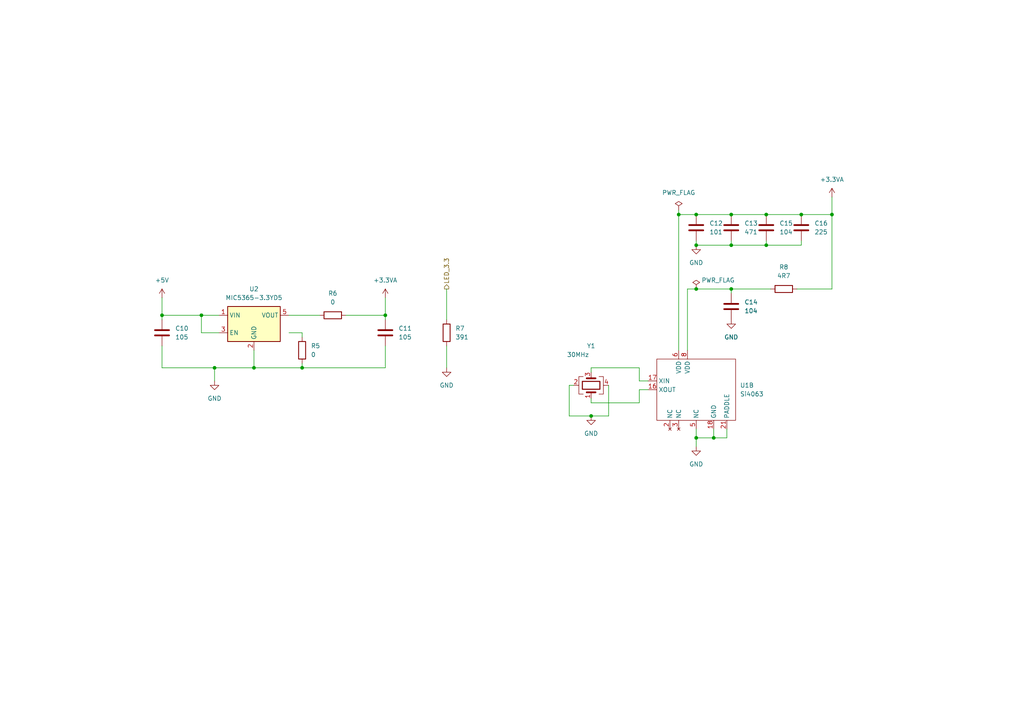
<source format=kicad_sch>
(kicad_sch (version 20211123) (generator eeschema)

  (uuid f6defc4d-f293-4c70-a519-5a4412382c05)

  (paper "A4")

  (lib_symbols
    (symbol "Device:C" (pin_numbers hide) (pin_names (offset 0.254)) (in_bom yes) (on_board yes)
      (property "Reference" "C" (id 0) (at 0.635 2.54 0)
        (effects (font (size 1.27 1.27)) (justify left))
      )
      (property "Value" "C" (id 1) (at 0.635 -2.54 0)
        (effects (font (size 1.27 1.27)) (justify left))
      )
      (property "Footprint" "" (id 2) (at 0.9652 -3.81 0)
        (effects (font (size 1.27 1.27)) hide)
      )
      (property "Datasheet" "~" (id 3) (at 0 0 0)
        (effects (font (size 1.27 1.27)) hide)
      )
      (property "ki_keywords" "cap capacitor" (id 4) (at 0 0 0)
        (effects (font (size 1.27 1.27)) hide)
      )
      (property "ki_description" "Unpolarized capacitor" (id 5) (at 0 0 0)
        (effects (font (size 1.27 1.27)) hide)
      )
      (property "ki_fp_filters" "C_*" (id 6) (at 0 0 0)
        (effects (font (size 1.27 1.27)) hide)
      )
      (symbol "C_0_1"
        (polyline
          (pts
            (xy -2.032 -0.762)
            (xy 2.032 -0.762)
          )
          (stroke (width 0.508) (type default) (color 0 0 0 0))
          (fill (type none))
        )
        (polyline
          (pts
            (xy -2.032 0.762)
            (xy 2.032 0.762)
          )
          (stroke (width 0.508) (type default) (color 0 0 0 0))
          (fill (type none))
        )
      )
      (symbol "C_1_1"
        (pin passive line (at 0 3.81 270) (length 2.794)
          (name "~" (effects (font (size 1.27 1.27))))
          (number "1" (effects (font (size 1.27 1.27))))
        )
        (pin passive line (at 0 -3.81 90) (length 2.794)
          (name "~" (effects (font (size 1.27 1.27))))
          (number "2" (effects (font (size 1.27 1.27))))
        )
      )
    )
    (symbol "Device:Crystal_GND24" (pin_names (offset 1.016) hide) (in_bom yes) (on_board yes)
      (property "Reference" "Y" (id 0) (at 3.175 5.08 0)
        (effects (font (size 1.27 1.27)) (justify left))
      )
      (property "Value" "Crystal_GND24" (id 1) (at 3.175 3.175 0)
        (effects (font (size 1.27 1.27)) (justify left))
      )
      (property "Footprint" "" (id 2) (at 0 0 0)
        (effects (font (size 1.27 1.27)) hide)
      )
      (property "Datasheet" "~" (id 3) (at 0 0 0)
        (effects (font (size 1.27 1.27)) hide)
      )
      (property "ki_keywords" "quartz ceramic resonator oscillator" (id 4) (at 0 0 0)
        (effects (font (size 1.27 1.27)) hide)
      )
      (property "ki_description" "Four pin crystal, GND on pins 2 and 4" (id 5) (at 0 0 0)
        (effects (font (size 1.27 1.27)) hide)
      )
      (property "ki_fp_filters" "Crystal*" (id 6) (at 0 0 0)
        (effects (font (size 1.27 1.27)) hide)
      )
      (symbol "Crystal_GND24_0_1"
        (rectangle (start -1.143 2.54) (end 1.143 -2.54)
          (stroke (width 0.3048) (type default) (color 0 0 0 0))
          (fill (type none))
        )
        (polyline
          (pts
            (xy -2.54 0)
            (xy -2.032 0)
          )
          (stroke (width 0) (type default) (color 0 0 0 0))
          (fill (type none))
        )
        (polyline
          (pts
            (xy -2.032 -1.27)
            (xy -2.032 1.27)
          )
          (stroke (width 0.508) (type default) (color 0 0 0 0))
          (fill (type none))
        )
        (polyline
          (pts
            (xy 0 -3.81)
            (xy 0 -3.556)
          )
          (stroke (width 0) (type default) (color 0 0 0 0))
          (fill (type none))
        )
        (polyline
          (pts
            (xy 0 3.556)
            (xy 0 3.81)
          )
          (stroke (width 0) (type default) (color 0 0 0 0))
          (fill (type none))
        )
        (polyline
          (pts
            (xy 2.032 -1.27)
            (xy 2.032 1.27)
          )
          (stroke (width 0.508) (type default) (color 0 0 0 0))
          (fill (type none))
        )
        (polyline
          (pts
            (xy 2.032 0)
            (xy 2.54 0)
          )
          (stroke (width 0) (type default) (color 0 0 0 0))
          (fill (type none))
        )
        (polyline
          (pts
            (xy -2.54 -2.286)
            (xy -2.54 -3.556)
            (xy 2.54 -3.556)
            (xy 2.54 -2.286)
          )
          (stroke (width 0) (type default) (color 0 0 0 0))
          (fill (type none))
        )
        (polyline
          (pts
            (xy -2.54 2.286)
            (xy -2.54 3.556)
            (xy 2.54 3.556)
            (xy 2.54 2.286)
          )
          (stroke (width 0) (type default) (color 0 0 0 0))
          (fill (type none))
        )
      )
      (symbol "Crystal_GND24_1_1"
        (pin passive line (at -3.81 0 0) (length 1.27)
          (name "1" (effects (font (size 1.27 1.27))))
          (number "1" (effects (font (size 1.27 1.27))))
        )
        (pin passive line (at 0 5.08 270) (length 1.27)
          (name "2" (effects (font (size 1.27 1.27))))
          (number "2" (effects (font (size 1.27 1.27))))
        )
        (pin passive line (at 3.81 0 180) (length 1.27)
          (name "3" (effects (font (size 1.27 1.27))))
          (number "3" (effects (font (size 1.27 1.27))))
        )
        (pin passive line (at 0 -5.08 90) (length 1.27)
          (name "4" (effects (font (size 1.27 1.27))))
          (number "4" (effects (font (size 1.27 1.27))))
        )
      )
    )
    (symbol "Device:R" (pin_numbers hide) (pin_names (offset 0)) (in_bom yes) (on_board yes)
      (property "Reference" "R" (id 0) (at 2.032 0 90)
        (effects (font (size 1.27 1.27)))
      )
      (property "Value" "R" (id 1) (at 0 0 90)
        (effects (font (size 1.27 1.27)))
      )
      (property "Footprint" "" (id 2) (at -1.778 0 90)
        (effects (font (size 1.27 1.27)) hide)
      )
      (property "Datasheet" "~" (id 3) (at 0 0 0)
        (effects (font (size 1.27 1.27)) hide)
      )
      (property "ki_keywords" "R res resistor" (id 4) (at 0 0 0)
        (effects (font (size 1.27 1.27)) hide)
      )
      (property "ki_description" "Resistor" (id 5) (at 0 0 0)
        (effects (font (size 1.27 1.27)) hide)
      )
      (property "ki_fp_filters" "R_*" (id 6) (at 0 0 0)
        (effects (font (size 1.27 1.27)) hide)
      )
      (symbol "R_0_1"
        (rectangle (start -1.016 -2.54) (end 1.016 2.54)
          (stroke (width 0.254) (type default) (color 0 0 0 0))
          (fill (type none))
        )
      )
      (symbol "R_1_1"
        (pin passive line (at 0 3.81 270) (length 1.27)
          (name "~" (effects (font (size 1.27 1.27))))
          (number "1" (effects (font (size 1.27 1.27))))
        )
        (pin passive line (at 0 -3.81 90) (length 1.27)
          (name "~" (effects (font (size 1.27 1.27))))
          (number "2" (effects (font (size 1.27 1.27))))
        )
      )
    )
    (symbol "My_Library2:Si4063" (in_bom yes) (on_board yes)
      (property "Reference" "U1" (id 0) (at 12.7 1.2701 0)
        (effects (font (size 1.27 1.27)) (justify left))
      )
      (property "Value" "Si4063" (id 1) (at 12.7 -1.2699 0)
        (effects (font (size 1.27 1.27)) (justify left))
      )
      (property "Footprint" "Package_DFN_QFN:QFN-20-1EP_4x4mm_P0.5mm_EP2.6x2.6mm" (id 2) (at 0 2.54 0)
        (effects (font (size 1.27 1.27)) hide)
      )
      (property "Datasheet" "" (id 3) (at 0 2.54 0)
        (effects (font (size 1.27 1.27)) hide)
      )
      (symbol "Si4063_0_1"
        (rectangle (start -11.43 8.89) (end 11.43 -8.89)
          (stroke (width 0) (type default) (color 0 0 0 0))
          (fill (type none))
        )
      )
      (symbol "Si4063_1_1"
        (pin input line (at -13.97 6.35 0) (length 2.54)
          (name "SDN" (effects (font (size 1.27 1.27))))
          (number "1" (effects (font (size 1.27 1.27))))
        )
        (pin bidirectional line (at 13.97 -1.27 180) (length 2.54)
          (name "GPIO1" (effects (font (size 1.27 1.27))))
          (number "10" (effects (font (size 1.27 1.27))))
        )
        (pin output line (at 13.97 6.35 180) (length 2.54)
          (name "nIRQ" (effects (font (size 1.27 1.27))))
          (number "11" (effects (font (size 1.27 1.27))))
        )
        (pin input line (at -13.97 1.27 0) (length 2.54)
          (name "SCLK" (effects (font (size 1.27 1.27))))
          (number "12" (effects (font (size 1.27 1.27))))
        )
        (pin output line (at -13.97 -1.27 0) (length 2.54)
          (name "SDO" (effects (font (size 1.27 1.27))))
          (number "13" (effects (font (size 1.27 1.27))))
        )
        (pin input line (at -13.97 -3.81 0) (length 2.54)
          (name "SDI" (effects (font (size 1.27 1.27))))
          (number "14" (effects (font (size 1.27 1.27))))
        )
        (pin input line (at -13.97 -6.35 0) (length 2.54)
          (name "nSEL" (effects (font (size 1.27 1.27))))
          (number "15" (effects (font (size 1.27 1.27))))
        )
        (pin bidirectional line (at 13.97 -3.81 180) (length 2.54)
          (name "GPIO2" (effects (font (size 1.27 1.27))))
          (number "19" (effects (font (size 1.27 1.27))))
        )
        (pin bidirectional line (at 13.97 -6.35 180) (length 2.54)
          (name "GPIO3" (effects (font (size 1.27 1.27))))
          (number "20" (effects (font (size 1.27 1.27))))
        )
        (pin bidirectional line (at 13.97 1.27 180) (length 2.54)
          (name "GPIO0" (effects (font (size 1.27 1.27))))
          (number "9" (effects (font (size 1.27 1.27))))
        )
      )
      (symbol "Si4063_2_1"
        (pin output line (at -13.97 0 0) (length 2.54)
          (name "XOUT" (effects (font (size 1.27 1.27))))
          (number "16" (effects (font (size 1.27 1.27))))
        )
        (pin input line (at -13.97 2.54 0) (length 2.54)
          (name "XIN" (effects (font (size 1.27 1.27))))
          (number "17" (effects (font (size 1.27 1.27))))
        )
        (pin power_in line (at 5.08 -11.43 90) (length 2.54)
          (name "GND" (effects (font (size 1.27 1.27))))
          (number "18" (effects (font (size 1.27 1.27))))
        )
        (pin no_connect line (at -7.62 -11.43 90) (length 2.54)
          (name "NC" (effects (font (size 1.27 1.27))))
          (number "2" (effects (font (size 1.27 1.27))))
        )
        (pin power_in line (at 8.89 -11.43 90) (length 2.54)
          (name "PADDLE" (effects (font (size 1.27 1.27))))
          (number "21" (effects (font (size 1.27 1.27))))
        )
        (pin no_connect line (at -5.08 -11.43 90) (length 2.54)
          (name "NC" (effects (font (size 1.27 1.27))))
          (number "3" (effects (font (size 1.27 1.27))))
        )
        (pin input line (at 0 -11.43 90) (length 2.54)
          (name "NC" (effects (font (size 1.27 1.27))))
          (number "5" (effects (font (size 1.27 1.27))))
        )
        (pin power_in line (at -5.08 11.43 270) (length 2.54)
          (name "VDD" (effects (font (size 1.27 1.27))))
          (number "6" (effects (font (size 1.27 1.27))))
        )
        (pin power_in line (at -2.54 11.43 270) (length 2.54)
          (name "VDD" (effects (font (size 1.27 1.27))))
          (number "8" (effects (font (size 1.27 1.27))))
        )
      )
      (symbol "Si4063_3_1"
        (pin output line (at 13.97 2.54 180) (length 2.54)
          (name "TX" (effects (font (size 1.27 1.27))))
          (number "4" (effects (font (size 1.27 1.27))))
        )
        (pin output line (at 13.97 -1.27 180) (length 2.54)
          (name "TXRAMP" (effects (font (size 1.27 1.27))))
          (number "7" (effects (font (size 1.27 1.27))))
        )
      )
    )
    (symbol "Regulator_Linear:MIC5365-3.3YD5" (in_bom yes) (on_board yes)
      (property "Reference" "U?" (id 0) (at 0 10.16 0)
        (effects (font (size 1.27 1.27)))
      )
      (property "Value" "MIC5365-3.3YD5" (id 1) (at 0 7.62 0)
        (effects (font (size 1.27 1.27)))
      )
      (property "Footprint" "Package_TO_SOT_SMD:SOT-23-5" (id 2) (at 0 8.89 0)
        (effects (font (size 1.27 1.27)) hide)
      )
      (property "Datasheet" "http://ww1.microchip.com/downloads/en/DeviceDoc/mic5365.pdf" (id 3) (at -6.35 6.35 0)
        (effects (font (size 1.27 1.27)) hide)
      )
      (property "ki_keywords" "Micrel LDO voltage regulator" (id 4) (at 0 0 0)
        (effects (font (size 1.27 1.27)) hide)
      )
      (property "ki_description" "150mA Low-dropout Voltage Regulator, Vout 3.3V, Vin up to 5.5V, SOT-23-5" (id 5) (at 0 0 0)
        (effects (font (size 1.27 1.27)) hide)
      )
      (property "ki_fp_filters" "SOT?23*" (id 6) (at 0 0 0)
        (effects (font (size 1.27 1.27)) hide)
      )
      (symbol "MIC5365-3.3YD5_0_1"
        (rectangle (start -7.62 -5.08) (end 7.62 5.08)
          (stroke (width 0.254) (type default) (color 0 0 0 0))
          (fill (type background))
        )
      )
      (symbol "MIC5365-3.3YD5_1_1"
        (pin power_in line (at -10.16 2.54 0) (length 2.54)
          (name "VIN" (effects (font (size 1.27 1.27))))
          (number "1" (effects (font (size 1.27 1.27))))
        )
        (pin power_in line (at 0 -7.62 90) (length 2.54)
          (name "GND" (effects (font (size 1.27 1.27))))
          (number "2" (effects (font (size 1.27 1.27))))
        )
        (pin input line (at -10.16 -2.54 0) (length 2.54)
          (name "EN" (effects (font (size 1.27 1.27))))
          (number "3" (effects (font (size 1.27 1.27))))
        )
        (pin free line (at 10.16 -2.54 180) (length 2.54) hide
          (name "NC" (effects (font (size 1.27 1.27))))
          (number "4" (effects (font (size 1.27 1.27))))
        )
        (pin power_out line (at 10.16 2.54 180) (length 2.54)
          (name "VOUT" (effects (font (size 1.27 1.27))))
          (number "5" (effects (font (size 1.27 1.27))))
        )
      )
    )
    (symbol "power:+3.3VA" (power) (pin_names (offset 0)) (in_bom yes) (on_board yes)
      (property "Reference" "#PWR" (id 0) (at 0 -3.81 0)
        (effects (font (size 1.27 1.27)) hide)
      )
      (property "Value" "+3.3VA" (id 1) (at 0 3.556 0)
        (effects (font (size 1.27 1.27)))
      )
      (property "Footprint" "" (id 2) (at 0 0 0)
        (effects (font (size 1.27 1.27)) hide)
      )
      (property "Datasheet" "" (id 3) (at 0 0 0)
        (effects (font (size 1.27 1.27)) hide)
      )
      (property "ki_keywords" "power-flag" (id 4) (at 0 0 0)
        (effects (font (size 1.27 1.27)) hide)
      )
      (property "ki_description" "Power symbol creates a global label with name \"+3.3VA\"" (id 5) (at 0 0 0)
        (effects (font (size 1.27 1.27)) hide)
      )
      (symbol "+3.3VA_0_1"
        (polyline
          (pts
            (xy -0.762 1.27)
            (xy 0 2.54)
          )
          (stroke (width 0) (type default) (color 0 0 0 0))
          (fill (type none))
        )
        (polyline
          (pts
            (xy 0 0)
            (xy 0 2.54)
          )
          (stroke (width 0) (type default) (color 0 0 0 0))
          (fill (type none))
        )
        (polyline
          (pts
            (xy 0 2.54)
            (xy 0.762 1.27)
          )
          (stroke (width 0) (type default) (color 0 0 0 0))
          (fill (type none))
        )
      )
      (symbol "+3.3VA_1_1"
        (pin power_in line (at 0 0 90) (length 0) hide
          (name "+3.3VA" (effects (font (size 1.27 1.27))))
          (number "1" (effects (font (size 1.27 1.27))))
        )
      )
    )
    (symbol "power:+5V" (power) (pin_names (offset 0)) (in_bom yes) (on_board yes)
      (property "Reference" "#PWR" (id 0) (at 0 -3.81 0)
        (effects (font (size 1.27 1.27)) hide)
      )
      (property "Value" "+5V" (id 1) (at 0 3.556 0)
        (effects (font (size 1.27 1.27)))
      )
      (property "Footprint" "" (id 2) (at 0 0 0)
        (effects (font (size 1.27 1.27)) hide)
      )
      (property "Datasheet" "" (id 3) (at 0 0 0)
        (effects (font (size 1.27 1.27)) hide)
      )
      (property "ki_keywords" "power-flag" (id 4) (at 0 0 0)
        (effects (font (size 1.27 1.27)) hide)
      )
      (property "ki_description" "Power symbol creates a global label with name \"+5V\"" (id 5) (at 0 0 0)
        (effects (font (size 1.27 1.27)) hide)
      )
      (symbol "+5V_0_1"
        (polyline
          (pts
            (xy -0.762 1.27)
            (xy 0 2.54)
          )
          (stroke (width 0) (type default) (color 0 0 0 0))
          (fill (type none))
        )
        (polyline
          (pts
            (xy 0 0)
            (xy 0 2.54)
          )
          (stroke (width 0) (type default) (color 0 0 0 0))
          (fill (type none))
        )
        (polyline
          (pts
            (xy 0 2.54)
            (xy 0.762 1.27)
          )
          (stroke (width 0) (type default) (color 0 0 0 0))
          (fill (type none))
        )
      )
      (symbol "+5V_1_1"
        (pin power_in line (at 0 0 90) (length 0) hide
          (name "+5V" (effects (font (size 1.27 1.27))))
          (number "1" (effects (font (size 1.27 1.27))))
        )
      )
    )
    (symbol "power:GND" (power) (pin_names (offset 0)) (in_bom yes) (on_board yes)
      (property "Reference" "#PWR" (id 0) (at 0 -6.35 0)
        (effects (font (size 1.27 1.27)) hide)
      )
      (property "Value" "GND" (id 1) (at 0 -3.81 0)
        (effects (font (size 1.27 1.27)))
      )
      (property "Footprint" "" (id 2) (at 0 0 0)
        (effects (font (size 1.27 1.27)) hide)
      )
      (property "Datasheet" "" (id 3) (at 0 0 0)
        (effects (font (size 1.27 1.27)) hide)
      )
      (property "ki_keywords" "power-flag" (id 4) (at 0 0 0)
        (effects (font (size 1.27 1.27)) hide)
      )
      (property "ki_description" "Power symbol creates a global label with name \"GND\" , ground" (id 5) (at 0 0 0)
        (effects (font (size 1.27 1.27)) hide)
      )
      (symbol "GND_0_1"
        (polyline
          (pts
            (xy 0 0)
            (xy 0 -1.27)
            (xy 1.27 -1.27)
            (xy 0 -2.54)
            (xy -1.27 -1.27)
            (xy 0 -1.27)
          )
          (stroke (width 0) (type default) (color 0 0 0 0))
          (fill (type none))
        )
      )
      (symbol "GND_1_1"
        (pin power_in line (at 0 0 270) (length 0) hide
          (name "GND" (effects (font (size 1.27 1.27))))
          (number "1" (effects (font (size 1.27 1.27))))
        )
      )
    )
    (symbol "power:PWR_FLAG" (power) (pin_numbers hide) (pin_names (offset 0) hide) (in_bom yes) (on_board yes)
      (property "Reference" "#FLG" (id 0) (at 0 1.905 0)
        (effects (font (size 1.27 1.27)) hide)
      )
      (property "Value" "PWR_FLAG" (id 1) (at 0 3.81 0)
        (effects (font (size 1.27 1.27)))
      )
      (property "Footprint" "" (id 2) (at 0 0 0)
        (effects (font (size 1.27 1.27)) hide)
      )
      (property "Datasheet" "~" (id 3) (at 0 0 0)
        (effects (font (size 1.27 1.27)) hide)
      )
      (property "ki_keywords" "power-flag" (id 4) (at 0 0 0)
        (effects (font (size 1.27 1.27)) hide)
      )
      (property "ki_description" "Special symbol for telling ERC where power comes from" (id 5) (at 0 0 0)
        (effects (font (size 1.27 1.27)) hide)
      )
      (symbol "PWR_FLAG_0_0"
        (pin power_out line (at 0 0 90) (length 0)
          (name "pwr" (effects (font (size 1.27 1.27))))
          (number "1" (effects (font (size 1.27 1.27))))
        )
      )
      (symbol "PWR_FLAG_0_1"
        (polyline
          (pts
            (xy 0 0)
            (xy 0 1.27)
            (xy -1.016 1.905)
            (xy 0 2.54)
            (xy 1.016 1.905)
            (xy 0 1.27)
          )
          (stroke (width 0) (type default) (color 0 0 0 0))
          (fill (type none))
        )
      )
    )
  )

  (junction (at 171.45 120.65) (diameter 0) (color 0 0 0 0)
    (uuid 04f5b918-42b3-44e5-a61c-31c4b49f267e)
  )
  (junction (at 201.93 127) (diameter 0) (color 0 0 0 0)
    (uuid 1990c572-f23d-4703-bdda-a1fc7c30bc4c)
  )
  (junction (at 212.09 62.23) (diameter 0) (color 0 0 0 0)
    (uuid 1b9cd7f1-9766-4588-ae1c-8670b1bdf4e6)
  )
  (junction (at 62.23 106.68) (diameter 0) (color 0 0 0 0)
    (uuid 1c2db66b-b81f-4a40-92dd-0042e3c12f19)
  )
  (junction (at 201.93 83.82) (diameter 0) (color 0 0 0 0)
    (uuid 632ac44c-f10c-455a-b52a-c3fc30267c35)
  )
  (junction (at 212.09 83.82) (diameter 0) (color 0 0 0 0)
    (uuid 758643f3-7862-48a8-ac8d-bcb029c6fc43)
  )
  (junction (at 58.42 91.44) (diameter 0) (color 0 0 0 0)
    (uuid 7bcf7029-e6ed-4e16-abae-898fc59a4805)
  )
  (junction (at 241.3 62.23) (diameter 0) (color 0 0 0 0)
    (uuid 7bd65144-9d69-4a71-9b4d-407035e724ef)
  )
  (junction (at 201.93 62.23) (diameter 0) (color 0 0 0 0)
    (uuid 85faf949-5e5e-40b0-8271-37cd1c018c44)
  )
  (junction (at 212.09 71.12) (diameter 0) (color 0 0 0 0)
    (uuid 87e89f0b-0d00-4403-b8c9-1a245137fdbc)
  )
  (junction (at 201.93 71.12) (diameter 0) (color 0 0 0 0)
    (uuid b6a9dec1-7c48-44e4-af17-900b5e1ea704)
  )
  (junction (at 232.41 62.23) (diameter 0) (color 0 0 0 0)
    (uuid b77229bb-3f32-49d9-b2d6-45ab62f448a6)
  )
  (junction (at 222.25 71.12) (diameter 0) (color 0 0 0 0)
    (uuid be80fe2c-b7b3-482b-bdc1-a46068c3009a)
  )
  (junction (at 222.25 62.23) (diameter 0) (color 0 0 0 0)
    (uuid c24197c4-4d16-4222-b4f1-62fbefb2b304)
  )
  (junction (at 111.76 91.44) (diameter 0) (color 0 0 0 0)
    (uuid cb18a7f6-0363-447c-b0b1-576bf3afa0ab)
  )
  (junction (at 46.99 91.44) (diameter 0) (color 0 0 0 0)
    (uuid d09ce96a-88ba-478f-96ab-eeb91f431444)
  )
  (junction (at 73.66 106.68) (diameter 0) (color 0 0 0 0)
    (uuid d88225fd-9bfe-4caa-8f3f-d0f012b83da3)
  )
  (junction (at 207.01 127) (diameter 0) (color 0 0 0 0)
    (uuid e63003cc-efa7-4e48-9afa-5ee888803e41)
  )
  (junction (at 87.63 106.68) (diameter 0) (color 0 0 0 0)
    (uuid f70db56f-2c50-4719-9d8b-52abf83d6886)
  )
  (junction (at 196.85 62.23) (diameter 0) (color 0 0 0 0)
    (uuid f9400861-7d91-4a78-8b90-0003286943a4)
  )

  (wire (pts (xy 201.93 124.46) (xy 201.93 127))
    (stroke (width 0) (type default) (color 0 0 0 0))
    (uuid 0190ec6e-ed09-42d4-be9c-fb140c2c228d)
  )
  (wire (pts (xy 111.76 86.36) (xy 111.76 91.44))
    (stroke (width 0) (type default) (color 0 0 0 0))
    (uuid 02982414-3aac-48d3-91c1-410c7ae34baa)
  )
  (wire (pts (xy 165.1 111.76) (xy 165.1 120.65))
    (stroke (width 0) (type default) (color 0 0 0 0))
    (uuid 04714de5-27b2-4ffc-8165-63fd10df731f)
  )
  (wire (pts (xy 83.82 96.52) (xy 87.63 96.52))
    (stroke (width 0) (type default) (color 0 0 0 0))
    (uuid 0d8760c2-b676-449d-97e0-8aefb63bdfec)
  )
  (wire (pts (xy 196.85 62.23) (xy 196.85 101.6))
    (stroke (width 0) (type default) (color 0 0 0 0))
    (uuid 0f84600c-3f67-4a48-a23f-e34a971f21fb)
  )
  (wire (pts (xy 185.42 113.03) (xy 185.42 116.84))
    (stroke (width 0) (type default) (color 0 0 0 0))
    (uuid 1dec68bf-d068-47e4-b906-4721a28b892e)
  )
  (wire (pts (xy 83.82 91.44) (xy 92.71 91.44))
    (stroke (width 0) (type default) (color 0 0 0 0))
    (uuid 21f43ece-b94f-4fa6-8326-192afede9348)
  )
  (wire (pts (xy 185.42 116.84) (xy 171.45 116.84))
    (stroke (width 0) (type default) (color 0 0 0 0))
    (uuid 2a8f28ee-245b-4d65-bc5e-7a97fc8ea733)
  )
  (wire (pts (xy 87.63 97.79) (xy 87.63 96.52))
    (stroke (width 0) (type default) (color 0 0 0 0))
    (uuid 2ce88568-5b3e-40b0-aaed-4525546eac17)
  )
  (wire (pts (xy 222.25 71.12) (xy 232.41 71.12))
    (stroke (width 0) (type default) (color 0 0 0 0))
    (uuid 32086918-af98-46f1-a1b7-c7873a47b756)
  )
  (wire (pts (xy 212.09 83.82) (xy 201.93 83.82))
    (stroke (width 0) (type default) (color 0 0 0 0))
    (uuid 347d7b03-335c-44bb-bf5c-ac067b02b5ca)
  )
  (wire (pts (xy 46.99 86.36) (xy 46.99 91.44))
    (stroke (width 0) (type default) (color 0 0 0 0))
    (uuid 350a608d-04fb-40f6-ab2d-a38a8ba06c7a)
  )
  (wire (pts (xy 212.09 83.82) (xy 212.09 85.09))
    (stroke (width 0) (type default) (color 0 0 0 0))
    (uuid 3662db2e-a14e-42d0-af90-fc091460945d)
  )
  (wire (pts (xy 111.76 100.33) (xy 111.76 106.68))
    (stroke (width 0) (type default) (color 0 0 0 0))
    (uuid 36d2d007-0f0e-442b-96ed-0f13d8062c88)
  )
  (wire (pts (xy 87.63 106.68) (xy 87.63 105.41))
    (stroke (width 0) (type default) (color 0 0 0 0))
    (uuid 39edb56d-8d1a-4de8-9f1a-4e17efae8d3e)
  )
  (wire (pts (xy 100.33 91.44) (xy 111.76 91.44))
    (stroke (width 0) (type default) (color 0 0 0 0))
    (uuid 3ad70bce-5bc0-42ae-8dcc-8d4e2657f532)
  )
  (wire (pts (xy 111.76 91.44) (xy 111.76 92.71))
    (stroke (width 0) (type default) (color 0 0 0 0))
    (uuid 40ef59a1-73ee-426f-91db-caac61007760)
  )
  (wire (pts (xy 201.93 62.23) (xy 196.85 62.23))
    (stroke (width 0) (type default) (color 0 0 0 0))
    (uuid 46c7f1b6-12b0-4beb-8c6e-e258309bfbe5)
  )
  (wire (pts (xy 129.54 100.33) (xy 129.54 106.68))
    (stroke (width 0) (type default) (color 0 0 0 0))
    (uuid 4d7c951b-9452-4bec-b890-5e17b817ca04)
  )
  (wire (pts (xy 196.85 60.96) (xy 196.85 62.23))
    (stroke (width 0) (type default) (color 0 0 0 0))
    (uuid 514924eb-a626-4867-b847-e07e80b963fb)
  )
  (wire (pts (xy 212.09 71.12) (xy 222.25 71.12))
    (stroke (width 0) (type default) (color 0 0 0 0))
    (uuid 51795990-7809-434d-8522-ce15b22bd458)
  )
  (wire (pts (xy 212.09 83.82) (xy 223.52 83.82))
    (stroke (width 0) (type default) (color 0 0 0 0))
    (uuid 5bc2d5f6-98ab-4b2c-b619-5df670c71efc)
  )
  (wire (pts (xy 185.42 110.49) (xy 187.96 110.49))
    (stroke (width 0) (type default) (color 0 0 0 0))
    (uuid 5dfa808f-6975-4267-8e9f-5c4f7006a65f)
  )
  (wire (pts (xy 232.41 69.85) (xy 232.41 71.12))
    (stroke (width 0) (type default) (color 0 0 0 0))
    (uuid 5fe5604d-a46a-4a44-ad9e-5db1e9d69985)
  )
  (wire (pts (xy 171.45 115.57) (xy 171.45 116.84))
    (stroke (width 0) (type default) (color 0 0 0 0))
    (uuid 62af9558-a808-49bd-b6c9-6afc536e521d)
  )
  (wire (pts (xy 62.23 106.68) (xy 62.23 110.49))
    (stroke (width 0) (type default) (color 0 0 0 0))
    (uuid 635c81f1-3b36-4fb7-bb7d-116d0493d59f)
  )
  (wire (pts (xy 210.82 124.46) (xy 210.82 127))
    (stroke (width 0) (type default) (color 0 0 0 0))
    (uuid 64127d54-1e3d-496f-b84a-a98cedb21e05)
  )
  (wire (pts (xy 207.01 124.46) (xy 207.01 127))
    (stroke (width 0) (type default) (color 0 0 0 0))
    (uuid 6714ed65-eb23-49dd-808a-305150ad7d19)
  )
  (wire (pts (xy 58.42 96.52) (xy 63.5 96.52))
    (stroke (width 0) (type default) (color 0 0 0 0))
    (uuid 6d103c3e-243a-4b42-acdd-3ae9b485e713)
  )
  (wire (pts (xy 201.93 127) (xy 207.01 127))
    (stroke (width 0) (type default) (color 0 0 0 0))
    (uuid 6ffe9f84-b004-47ef-9552-42c3790cbe5b)
  )
  (wire (pts (xy 222.25 69.85) (xy 222.25 71.12))
    (stroke (width 0) (type default) (color 0 0 0 0))
    (uuid 7145cc20-b982-4bb5-b484-6fb56b17bf1f)
  )
  (wire (pts (xy 201.93 83.82) (xy 199.39 83.82))
    (stroke (width 0) (type default) (color 0 0 0 0))
    (uuid 71554765-60b3-4378-8509-9b140f078183)
  )
  (wire (pts (xy 165.1 120.65) (xy 171.45 120.65))
    (stroke (width 0) (type default) (color 0 0 0 0))
    (uuid 73f482b9-6ab4-4280-9f21-a2241f17d041)
  )
  (wire (pts (xy 171.45 106.68) (xy 185.42 106.68))
    (stroke (width 0) (type default) (color 0 0 0 0))
    (uuid 76fa6ea6-7da5-447a-8ac2-09ba1a94d994)
  )
  (wire (pts (xy 212.09 69.85) (xy 212.09 71.12))
    (stroke (width 0) (type default) (color 0 0 0 0))
    (uuid 849395df-4f9f-40a8-9155-99b1503844f0)
  )
  (wire (pts (xy 171.45 107.95) (xy 171.45 106.68))
    (stroke (width 0) (type default) (color 0 0 0 0))
    (uuid 8864ccdb-01eb-400b-ade7-d2d1552dbaf4)
  )
  (wire (pts (xy 201.93 127) (xy 201.93 129.54))
    (stroke (width 0) (type default) (color 0 0 0 0))
    (uuid 8999c185-b879-4783-bc3b-f17a73be8614)
  )
  (wire (pts (xy 129.54 83.82) (xy 129.54 92.71))
    (stroke (width 0) (type default) (color 0 0 0 0))
    (uuid 8e6d7ad7-4371-4657-8a15-3d6c30247944)
  )
  (wire (pts (xy 73.66 106.68) (xy 62.23 106.68))
    (stroke (width 0) (type default) (color 0 0 0 0))
    (uuid 8f060c7f-bcc0-40d4-bd4b-987a8e19fca3)
  )
  (wire (pts (xy 241.3 57.15) (xy 241.3 62.23))
    (stroke (width 0) (type default) (color 0 0 0 0))
    (uuid 8f9a374a-2d5d-4393-868b-42b84184e209)
  )
  (wire (pts (xy 46.99 100.33) (xy 46.99 106.68))
    (stroke (width 0) (type default) (color 0 0 0 0))
    (uuid 905baf75-b34e-4218-a480-ab32145fe2e5)
  )
  (wire (pts (xy 62.23 106.68) (xy 46.99 106.68))
    (stroke (width 0) (type default) (color 0 0 0 0))
    (uuid 93bd7fcd-8509-4218-a127-6bb769df0161)
  )
  (wire (pts (xy 46.99 91.44) (xy 58.42 91.44))
    (stroke (width 0) (type default) (color 0 0 0 0))
    (uuid 95ae0726-f633-4e7c-9dce-43f164104b98)
  )
  (wire (pts (xy 222.25 62.23) (xy 212.09 62.23))
    (stroke (width 0) (type default) (color 0 0 0 0))
    (uuid 98801423-eef2-46ae-81bd-d971d414c424)
  )
  (wire (pts (xy 73.66 106.68) (xy 87.63 106.68))
    (stroke (width 0) (type default) (color 0 0 0 0))
    (uuid 9cd07280-7ff0-4cb7-9cc9-384c03d9798c)
  )
  (wire (pts (xy 201.93 71.12) (xy 212.09 71.12))
    (stroke (width 0) (type default) (color 0 0 0 0))
    (uuid a2b0b16f-f3b5-44f3-991c-82e44b8244a3)
  )
  (wire (pts (xy 201.93 69.85) (xy 201.93 71.12))
    (stroke (width 0) (type default) (color 0 0 0 0))
    (uuid ad4206ac-c2cf-4794-a0e3-b154448add91)
  )
  (wire (pts (xy 231.14 83.82) (xy 241.3 83.82))
    (stroke (width 0) (type default) (color 0 0 0 0))
    (uuid bba4ebf2-50c8-4ae2-a86b-b40234674381)
  )
  (wire (pts (xy 87.63 106.68) (xy 111.76 106.68))
    (stroke (width 0) (type default) (color 0 0 0 0))
    (uuid bbaca456-2843-4eaa-a23d-8a5645c6b02e)
  )
  (wire (pts (xy 166.37 111.76) (xy 165.1 111.76))
    (stroke (width 0) (type default) (color 0 0 0 0))
    (uuid bfd1ffd4-22fb-4d03-b431-ba36016d3d97)
  )
  (wire (pts (xy 73.66 101.6) (xy 73.66 106.68))
    (stroke (width 0) (type default) (color 0 0 0 0))
    (uuid c0ac1c1c-ef96-491e-93c6-3f390b21f53a)
  )
  (wire (pts (xy 58.42 91.44) (xy 63.5 91.44))
    (stroke (width 0) (type default) (color 0 0 0 0))
    (uuid c3ac8d54-3b77-4a2f-ae67-4cc274b94baf)
  )
  (wire (pts (xy 232.41 62.23) (xy 222.25 62.23))
    (stroke (width 0) (type default) (color 0 0 0 0))
    (uuid c52ccf82-d7f5-44a3-b965-2f695ec9c8b5)
  )
  (wire (pts (xy 212.09 62.23) (xy 201.93 62.23))
    (stroke (width 0) (type default) (color 0 0 0 0))
    (uuid c963234c-ce90-4c46-8b49-d5a8d37e18aa)
  )
  (wire (pts (xy 241.3 62.23) (xy 241.3 83.82))
    (stroke (width 0) (type default) (color 0 0 0 0))
    (uuid d7423534-cd01-412c-98a3-0e3d0be578b2)
  )
  (wire (pts (xy 199.39 83.82) (xy 199.39 101.6))
    (stroke (width 0) (type default) (color 0 0 0 0))
    (uuid d99aa2cd-6295-4984-b2df-ac5336874b71)
  )
  (wire (pts (xy 187.96 113.03) (xy 185.42 113.03))
    (stroke (width 0) (type default) (color 0 0 0 0))
    (uuid dd870963-a429-439b-92b9-e8281f4859f2)
  )
  (wire (pts (xy 185.42 106.68) (xy 185.42 110.49))
    (stroke (width 0) (type default) (color 0 0 0 0))
    (uuid e2d34f10-9109-42c7-b1ee-2783da44f9b9)
  )
  (wire (pts (xy 207.01 127) (xy 210.82 127))
    (stroke (width 0) (type default) (color 0 0 0 0))
    (uuid e2f89af5-306e-49ba-989b-44b9e128c402)
  )
  (wire (pts (xy 176.53 111.76) (xy 176.53 120.65))
    (stroke (width 0) (type default) (color 0 0 0 0))
    (uuid ea4a1aa2-6fd7-4d8e-bbe4-8c868d4632d7)
  )
  (wire (pts (xy 46.99 91.44) (xy 46.99 92.71))
    (stroke (width 0) (type default) (color 0 0 0 0))
    (uuid eb99d7e0-c777-4e22-add3-955dc0731dba)
  )
  (wire (pts (xy 171.45 120.65) (xy 176.53 120.65))
    (stroke (width 0) (type default) (color 0 0 0 0))
    (uuid effe86ab-e07f-42e6-896d-374c4668612b)
  )
  (wire (pts (xy 58.42 96.52) (xy 58.42 91.44))
    (stroke (width 0) (type default) (color 0 0 0 0))
    (uuid f5f59c1b-b8e8-4f48-b1de-729b1df5a1d9)
  )
  (wire (pts (xy 241.3 62.23) (xy 232.41 62.23))
    (stroke (width 0) (type default) (color 0 0 0 0))
    (uuid fa19d8dc-e928-4fcf-947e-74cde22f5cbe)
  )

  (hierarchical_label "LED_3.3" (shape output) (at 129.54 83.82 90)
    (effects (font (size 1.27 1.27)) (justify left))
    (uuid f5dd9fb0-c3b3-4bb9-ab11-535be0ed6ef3)
  )

  (symbol (lib_id "Regulator_Linear:MIC5365-3.3YD5") (at 73.66 93.98 0) (unit 1)
    (in_bom yes) (on_board yes) (fields_autoplaced)
    (uuid 198bd876-efa9-4e83-9b61-33184d121b46)
    (property "Reference" "U2" (id 0) (at 73.66 83.82 0))
    (property "Value" "MIC5365-3.3YD5" (id 1) (at 73.66 86.36 0))
    (property "Footprint" "Package_TO_SOT_SMD:SOT-23-5" (id 2) (at 73.66 85.09 0)
      (effects (font (size 1.27 1.27)) hide)
    )
    (property "Datasheet" "http://ww1.microchip.com/downloads/en/DeviceDoc/mic5365.pdf" (id 3) (at 67.31 87.63 0)
      (effects (font (size 1.27 1.27)) hide)
    )
    (pin "1" (uuid 9f16f05f-8df4-483d-b06b-913e5610cc2b))
    (pin "2" (uuid 962e4f05-f122-4dd3-b544-a730213dcccf))
    (pin "3" (uuid 9600f615-25b9-4edf-b000-740c06b94dcc))
    (pin "4" (uuid 5d96e988-63ff-4c37-a231-bb87a77a0551))
    (pin "5" (uuid 711009d4-6c29-460b-a375-f14ca56a3703))
  )

  (symbol (lib_id "Device:C") (at 212.09 88.9 0) (unit 1)
    (in_bom yes) (on_board yes) (fields_autoplaced)
    (uuid 1ab43676-f851-464c-8aed-8715daf4c7a6)
    (property "Reference" "C14" (id 0) (at 215.9 87.6299 0)
      (effects (font (size 1.27 1.27)) (justify left))
    )
    (property "Value" "104" (id 1) (at 215.9 90.1699 0)
      (effects (font (size 1.27 1.27)) (justify left))
    )
    (property "Footprint" "Capacitor_SMD:C_0603_1608Metric_Pad1.08x0.95mm_HandSolder" (id 2) (at 213.0552 92.71 0)
      (effects (font (size 1.27 1.27)) hide)
    )
    (property "Datasheet" "~" (id 3) (at 212.09 88.9 0)
      (effects (font (size 1.27 1.27)) hide)
    )
    (pin "1" (uuid 4215fb0a-e088-4af1-84d9-86b492a1f782))
    (pin "2" (uuid b2cf69b0-e7bf-4cee-8227-85afcaf43732))
  )

  (symbol (lib_id "Device:R") (at 87.63 101.6 0) (unit 1)
    (in_bom yes) (on_board yes) (fields_autoplaced)
    (uuid 1cbbd162-ac33-411d-90ba-e44dc895c995)
    (property "Reference" "R5" (id 0) (at 90.17 100.3299 0)
      (effects (font (size 1.27 1.27)) (justify left))
    )
    (property "Value" "0" (id 1) (at 90.17 102.8699 0)
      (effects (font (size 1.27 1.27)) (justify left))
    )
    (property "Footprint" "Resistor_SMD:R_0603_1608Metric_Pad0.98x0.95mm_HandSolder" (id 2) (at 85.852 101.6 90)
      (effects (font (size 1.27 1.27)) hide)
    )
    (property "Datasheet" "~" (id 3) (at 87.63 101.6 0)
      (effects (font (size 1.27 1.27)) hide)
    )
    (pin "1" (uuid 4badf192-f175-43c8-a0d0-f0d0c540b01d))
    (pin "2" (uuid 1cfb8ae4-b995-487e-8729-c663d89460e6))
  )

  (symbol (lib_id "Device:R") (at 129.54 96.52 0) (unit 1)
    (in_bom yes) (on_board yes) (fields_autoplaced)
    (uuid 313db6c7-b0a6-4ae6-9635-9215c70507cc)
    (property "Reference" "R7" (id 0) (at 132.08 95.2499 0)
      (effects (font (size 1.27 1.27)) (justify left))
    )
    (property "Value" "391" (id 1) (at 132.08 97.7899 0)
      (effects (font (size 1.27 1.27)) (justify left))
    )
    (property "Footprint" "Resistor_SMD:R_0603_1608Metric_Pad0.98x0.95mm_HandSolder" (id 2) (at 127.762 96.52 90)
      (effects (font (size 1.27 1.27)) hide)
    )
    (property "Datasheet" "~" (id 3) (at 129.54 96.52 0)
      (effects (font (size 1.27 1.27)) hide)
    )
    (pin "1" (uuid 39a8a3f1-357b-4a73-b0dc-c4938c3cdcc9))
    (pin "2" (uuid f14ce6b0-1869-427e-9448-264dcc503262))
  )

  (symbol (lib_id "Device:C") (at 232.41 66.04 0) (unit 1)
    (in_bom yes) (on_board yes)
    (uuid 39b8db23-dd64-4824-a8fb-a712c2991559)
    (property "Reference" "C16" (id 0) (at 236.22 64.77 0)
      (effects (font (size 1.27 1.27)) (justify left))
    )
    (property "Value" "225" (id 1) (at 236.22 67.31 0)
      (effects (font (size 1.27 1.27)) (justify left))
    )
    (property "Footprint" "Capacitor_SMD:C_0603_1608Metric_Pad1.08x0.95mm_HandSolder" (id 2) (at 233.3752 69.85 0)
      (effects (font (size 1.27 1.27)) hide)
    )
    (property "Datasheet" "~" (id 3) (at 232.41 66.04 0)
      (effects (font (size 1.27 1.27)) hide)
    )
    (pin "1" (uuid 4d7fe994-be91-4285-b29b-af8c16f269da))
    (pin "2" (uuid 922e035a-d801-46ed-9fec-78984ce58a88))
  )

  (symbol (lib_id "power:GND") (at 129.54 106.68 0) (unit 1)
    (in_bom yes) (on_board yes) (fields_autoplaced)
    (uuid 3ce2f21d-5d7e-49bd-a01c-027239f772d0)
    (property "Reference" "#PWR020" (id 0) (at 129.54 113.03 0)
      (effects (font (size 1.27 1.27)) hide)
    )
    (property "Value" "GND" (id 1) (at 129.54 111.76 0))
    (property "Footprint" "" (id 2) (at 129.54 106.68 0)
      (effects (font (size 1.27 1.27)) hide)
    )
    (property "Datasheet" "" (id 3) (at 129.54 106.68 0)
      (effects (font (size 1.27 1.27)) hide)
    )
    (pin "1" (uuid d0a586ed-e03d-4ccc-b5a2-2a2cc28076fb))
  )

  (symbol (lib_id "Device:R") (at 227.33 83.82 90) (unit 1)
    (in_bom yes) (on_board yes) (fields_autoplaced)
    (uuid 3eece3ce-6001-4a62-a480-325b74d88b18)
    (property "Reference" "R8" (id 0) (at 227.33 77.47 90))
    (property "Value" "4R7" (id 1) (at 227.33 80.01 90))
    (property "Footprint" "Resistor_SMD:R_0603_1608Metric_Pad0.98x0.95mm_HandSolder" (id 2) (at 227.33 85.598 90)
      (effects (font (size 1.27 1.27)) hide)
    )
    (property "Datasheet" "~" (id 3) (at 227.33 83.82 0)
      (effects (font (size 1.27 1.27)) hide)
    )
    (pin "1" (uuid 863ede8e-3069-4e8d-8c6c-ab0096f171ed))
    (pin "2" (uuid 71ad4e62-e371-4e8d-9799-a4bb869abcae))
  )

  (symbol (lib_id "power:PWR_FLAG") (at 201.93 83.82 0) (unit 1)
    (in_bom yes) (on_board yes)
    (uuid 593cca36-f0b9-4fca-83b2-2c7a00e02765)
    (property "Reference" "#FLG04" (id 0) (at 201.93 81.915 0)
      (effects (font (size 1.27 1.27)) hide)
    )
    (property "Value" "PWR_FLAG" (id 1) (at 208.28 81.28 0))
    (property "Footprint" "" (id 2) (at 201.93 83.82 0)
      (effects (font (size 1.27 1.27)) hide)
    )
    (property "Datasheet" "~" (id 3) (at 201.93 83.82 0)
      (effects (font (size 1.27 1.27)) hide)
    )
    (pin "1" (uuid bea8bdd4-f4cf-438e-8909-cefea276febb))
  )

  (symbol (lib_id "Device:C") (at 222.25 66.04 0) (unit 1)
    (in_bom yes) (on_board yes) (fields_autoplaced)
    (uuid 5a575380-1226-47ce-879a-8416d2b57f0c)
    (property "Reference" "C15" (id 0) (at 226.06 64.7699 0)
      (effects (font (size 1.27 1.27)) (justify left))
    )
    (property "Value" "104" (id 1) (at 226.06 67.3099 0)
      (effects (font (size 1.27 1.27)) (justify left))
    )
    (property "Footprint" "Capacitor_SMD:C_0603_1608Metric_Pad1.08x0.95mm_HandSolder" (id 2) (at 223.2152 69.85 0)
      (effects (font (size 1.27 1.27)) hide)
    )
    (property "Datasheet" "~" (id 3) (at 222.25 66.04 0)
      (effects (font (size 1.27 1.27)) hide)
    )
    (pin "1" (uuid c22ca003-2c17-4d69-b099-d7d6b79188ce))
    (pin "2" (uuid 2ac96c8d-6e4b-480c-b68c-f7c83d2e4a74))
  )

  (symbol (lib_id "power:GND") (at 62.23 110.49 0) (unit 1)
    (in_bom yes) (on_board yes) (fields_autoplaced)
    (uuid 5f7b214d-f9a0-4b9e-a31f-5cea0b4e98ef)
    (property "Reference" "#PWR018" (id 0) (at 62.23 116.84 0)
      (effects (font (size 1.27 1.27)) hide)
    )
    (property "Value" "GND" (id 1) (at 62.23 115.57 0))
    (property "Footprint" "" (id 2) (at 62.23 110.49 0)
      (effects (font (size 1.27 1.27)) hide)
    )
    (property "Datasheet" "" (id 3) (at 62.23 110.49 0)
      (effects (font (size 1.27 1.27)) hide)
    )
    (pin "1" (uuid 31bfe82e-141a-4b99-a13b-6f33bc96d331))
  )

  (symbol (lib_id "power:+5V") (at 46.99 86.36 0) (unit 1)
    (in_bom yes) (on_board yes) (fields_autoplaced)
    (uuid 68f1c3d4-98e2-4db4-9785-08e8cce8b7ec)
    (property "Reference" "#PWR017" (id 0) (at 46.99 90.17 0)
      (effects (font (size 1.27 1.27)) hide)
    )
    (property "Value" "+5V" (id 1) (at 46.99 81.28 0))
    (property "Footprint" "" (id 2) (at 46.99 86.36 0)
      (effects (font (size 1.27 1.27)) hide)
    )
    (property "Datasheet" "" (id 3) (at 46.99 86.36 0)
      (effects (font (size 1.27 1.27)) hide)
    )
    (pin "1" (uuid b6c4ff04-3abb-4fe4-9f9b-26be6a2b7fcc))
  )

  (symbol (lib_id "power:+3.3VA") (at 111.76 86.36 0) (unit 1)
    (in_bom yes) (on_board yes) (fields_autoplaced)
    (uuid 6ef02c8f-62ed-4364-aca5-ddbb548d6498)
    (property "Reference" "#PWR019" (id 0) (at 111.76 90.17 0)
      (effects (font (size 1.27 1.27)) hide)
    )
    (property "Value" "+3.3VA" (id 1) (at 111.76 81.28 0))
    (property "Footprint" "" (id 2) (at 111.76 86.36 0)
      (effects (font (size 1.27 1.27)) hide)
    )
    (property "Datasheet" "" (id 3) (at 111.76 86.36 0)
      (effects (font (size 1.27 1.27)) hide)
    )
    (pin "1" (uuid 2cf9c6bf-1279-4c12-a555-7d0ce45769a9))
  )

  (symbol (lib_id "Device:C") (at 111.76 96.52 0) (unit 1)
    (in_bom yes) (on_board yes) (fields_autoplaced)
    (uuid 759b2999-b69d-4da7-bf3a-fe2ed55d4141)
    (property "Reference" "C11" (id 0) (at 115.57 95.2499 0)
      (effects (font (size 1.27 1.27)) (justify left))
    )
    (property "Value" "105" (id 1) (at 115.57 97.7899 0)
      (effects (font (size 1.27 1.27)) (justify left))
    )
    (property "Footprint" "Capacitor_SMD:C_0603_1608Metric_Pad1.08x0.95mm_HandSolder" (id 2) (at 112.7252 100.33 0)
      (effects (font (size 1.27 1.27)) hide)
    )
    (property "Datasheet" "~" (id 3) (at 111.76 96.52 0)
      (effects (font (size 1.27 1.27)) hide)
    )
    (pin "1" (uuid eaaf9379-0941-4dac-ae7f-0c297d71fb6b))
    (pin "2" (uuid 4655df9a-fc12-4568-9cab-fe141e3328d1))
  )

  (symbol (lib_id "power:GND") (at 201.93 129.54 0) (unit 1)
    (in_bom yes) (on_board yes) (fields_autoplaced)
    (uuid 86fc31bf-afb3-4837-8efd-9863b5bf3d45)
    (property "Reference" "#PWR023" (id 0) (at 201.93 135.89 0)
      (effects (font (size 1.27 1.27)) hide)
    )
    (property "Value" "GND" (id 1) (at 201.93 134.62 0))
    (property "Footprint" "" (id 2) (at 201.93 129.54 0)
      (effects (font (size 1.27 1.27)) hide)
    )
    (property "Datasheet" "" (id 3) (at 201.93 129.54 0)
      (effects (font (size 1.27 1.27)) hide)
    )
    (pin "1" (uuid 23034245-2149-4cfc-9b7c-63b526ab67da))
  )

  (symbol (lib_id "Device:C") (at 201.93 66.04 0) (unit 1)
    (in_bom yes) (on_board yes) (fields_autoplaced)
    (uuid 95248bb2-f60c-400c-b2c1-179b335fa279)
    (property "Reference" "C12" (id 0) (at 205.74 64.7699 0)
      (effects (font (size 1.27 1.27)) (justify left))
    )
    (property "Value" "101" (id 1) (at 205.74 67.3099 0)
      (effects (font (size 1.27 1.27)) (justify left))
    )
    (property "Footprint" "Capacitor_SMD:C_0603_1608Metric_Pad1.08x0.95mm_HandSolder" (id 2) (at 202.8952 69.85 0)
      (effects (font (size 1.27 1.27)) hide)
    )
    (property "Datasheet" "~" (id 3) (at 201.93 66.04 0)
      (effects (font (size 1.27 1.27)) hide)
    )
    (pin "1" (uuid f39f4f4b-57ed-4f44-8728-1e3448e468a4))
    (pin "2" (uuid 6651c6d7-88c2-49c7-bc99-7336e7c3ffff))
  )

  (symbol (lib_id "power:GND") (at 201.93 71.12 0) (unit 1)
    (in_bom yes) (on_board yes) (fields_autoplaced)
    (uuid 9d31949e-4466-4c59-992f-01255e2ffe75)
    (property "Reference" "#PWR022" (id 0) (at 201.93 77.47 0)
      (effects (font (size 1.27 1.27)) hide)
    )
    (property "Value" "GND" (id 1) (at 201.93 76.2 0))
    (property "Footprint" "" (id 2) (at 201.93 71.12 0)
      (effects (font (size 1.27 1.27)) hide)
    )
    (property "Datasheet" "" (id 3) (at 201.93 71.12 0)
      (effects (font (size 1.27 1.27)) hide)
    )
    (pin "1" (uuid 5a23b3b4-8b32-42e0-b014-8272df1d95e1))
  )

  (symbol (lib_id "My_Library2:Si4063") (at 201.93 113.03 0) (unit 2)
    (in_bom yes) (on_board yes) (fields_autoplaced)
    (uuid a40cee87-1634-428a-91c8-f0c79865bb24)
    (property "Reference" "U1" (id 0) (at 214.63 111.7599 0)
      (effects (font (size 1.27 1.27)) (justify left))
    )
    (property "Value" "Si4063" (id 1) (at 214.63 114.2999 0)
      (effects (font (size 1.27 1.27)) (justify left))
    )
    (property "Footprint" "Package_DFN_QFN:QFN-20-1EP_4x4mm_P0.5mm_EP2.6x2.6mm" (id 2) (at 201.93 110.49 0)
      (effects (font (size 1.27 1.27)) hide)
    )
    (property "Datasheet" "" (id 3) (at 201.93 110.49 0)
      (effects (font (size 1.27 1.27)) hide)
    )
    (pin "1" (uuid b0948ad5-19d0-4cfe-b849-9b618ce1328d))
    (pin "10" (uuid 077a7485-bf04-45db-bb3a-1df6ccb93915))
    (pin "11" (uuid 2b3e9f9e-e384-4c69-8560-af872e01caf9))
    (pin "12" (uuid 1a04bc05-cbad-488e-b34e-bf5d05fe0265))
    (pin "13" (uuid 863e54a3-54f1-4080-9cc8-920bdd5702f6))
    (pin "14" (uuid ae21226d-f0af-4d90-8f38-07edec4266b6))
    (pin "15" (uuid f8121199-7bd2-4508-87db-d2b47d313f21))
    (pin "19" (uuid cbe7ba4a-1288-450d-9f3c-827a35381e22))
    (pin "20" (uuid 5b46e879-43ae-431f-977a-ae65b174a6c1))
    (pin "9" (uuid 7f80e6fe-9f7a-42eb-8ced-e367c57436b1))
    (pin "16" (uuid 3d1bb10d-839c-426e-800b-41be1d2eb7ad))
    (pin "17" (uuid 925483db-8624-4072-b53c-f9d28237fea3))
    (pin "18" (uuid 095792b5-e413-442d-8f22-151ac91b1af1))
    (pin "2" (uuid 0b35738f-7042-4d84-9080-8fc8628f71e6))
    (pin "21" (uuid cfb5709c-7bd3-4263-89b8-7e44fcfd7f83))
    (pin "3" (uuid 409f5a84-4454-494e-9a39-4c5d68fc6bc6))
    (pin "5" (uuid 97898a6f-85f3-4c17-b185-55134ad77b94))
    (pin "6" (uuid 9bc403dd-8bde-4007-bf3b-90defc18c7ac))
    (pin "8" (uuid 9c03afdf-a5eb-46c5-a092-6c7a76699717))
    (pin "4" (uuid b1478b04-f9ba-48af-851e-916c2c3d010b))
    (pin "7" (uuid 29906701-913b-490d-a5e7-ad85c59f4c20))
  )

  (symbol (lib_id "Device:Crystal_GND24") (at 171.45 111.76 90) (unit 1)
    (in_bom yes) (on_board yes)
    (uuid b4db48ed-8f03-423c-9805-9b4d075df8c6)
    (property "Reference" "Y1" (id 0) (at 171.45 100.33 90))
    (property "Value" "30MHz" (id 1) (at 167.64 102.87 90))
    (property "Footprint" "Crystal:Crystal_SMD_2520-4Pin_2.5x2.0mm" (id 2) (at 171.45 111.76 0)
      (effects (font (size 1.27 1.27)) hide)
    )
    (property "Datasheet" "~" (id 3) (at 171.45 111.76 0)
      (effects (font (size 1.27 1.27)) hide)
    )
    (pin "1" (uuid 00fcf93c-8a16-49cb-b60f-5f0232b6a367))
    (pin "2" (uuid eb3939de-7813-4637-8d94-087c0004005b))
    (pin "3" (uuid c97d7cad-b70d-4292-9f57-50c1e0ff4001))
    (pin "4" (uuid bafa06d2-f351-409b-87c0-e88b240503b0))
  )

  (symbol (lib_id "Device:R") (at 96.52 91.44 90) (unit 1)
    (in_bom yes) (on_board yes) (fields_autoplaced)
    (uuid b5eba8e9-4074-45b3-b1fd-351ea5cf0809)
    (property "Reference" "R6" (id 0) (at 96.52 85.09 90))
    (property "Value" "0" (id 1) (at 96.52 87.63 90))
    (property "Footprint" "Resistor_SMD:R_0603_1608Metric_Pad0.98x0.95mm_HandSolder" (id 2) (at 96.52 93.218 90)
      (effects (font (size 1.27 1.27)) hide)
    )
    (property "Datasheet" "~" (id 3) (at 96.52 91.44 0)
      (effects (font (size 1.27 1.27)) hide)
    )
    (pin "1" (uuid a06e0cf9-27ef-4a08-a8e6-c37784a4ff4a))
    (pin "2" (uuid 9b9a9e1c-ba12-4987-a60b-3373562e2fa2))
  )

  (symbol (lib_id "power:GND") (at 171.45 120.65 0) (unit 1)
    (in_bom yes) (on_board yes) (fields_autoplaced)
    (uuid bb156bb9-fd4e-4193-864e-4a2c2b4ca8f1)
    (property "Reference" "#PWR021" (id 0) (at 171.45 127 0)
      (effects (font (size 1.27 1.27)) hide)
    )
    (property "Value" "GND" (id 1) (at 171.45 125.73 0))
    (property "Footprint" "" (id 2) (at 171.45 120.65 0)
      (effects (font (size 1.27 1.27)) hide)
    )
    (property "Datasheet" "" (id 3) (at 171.45 120.65 0)
      (effects (font (size 1.27 1.27)) hide)
    )
    (pin "1" (uuid 7315ffff-c934-4472-890b-48642bb2096c))
  )

  (symbol (lib_id "Device:C") (at 46.99 96.52 0) (unit 1)
    (in_bom yes) (on_board yes) (fields_autoplaced)
    (uuid cf14a374-631e-40d9-92d3-22ff4070d67c)
    (property "Reference" "C10" (id 0) (at 50.8 95.2499 0)
      (effects (font (size 1.27 1.27)) (justify left))
    )
    (property "Value" "105" (id 1) (at 50.8 97.7899 0)
      (effects (font (size 1.27 1.27)) (justify left))
    )
    (property "Footprint" "Capacitor_SMD:C_0603_1608Metric_Pad1.08x0.95mm_HandSolder" (id 2) (at 47.9552 100.33 0)
      (effects (font (size 1.27 1.27)) hide)
    )
    (property "Datasheet" "~" (id 3) (at 46.99 96.52 0)
      (effects (font (size 1.27 1.27)) hide)
    )
    (pin "1" (uuid 0f72f4ce-320c-4809-bc87-6a3692d180de))
    (pin "2" (uuid 077e40da-b657-4f04-a825-80f1c4974210))
  )

  (symbol (lib_id "power:+3.3VA") (at 241.3 57.15 0) (unit 1)
    (in_bom yes) (on_board yes) (fields_autoplaced)
    (uuid cfb6af30-eb81-4b2a-829b-8d52e78465f3)
    (property "Reference" "#PWR025" (id 0) (at 241.3 60.96 0)
      (effects (font (size 1.27 1.27)) hide)
    )
    (property "Value" "+3.3VA" (id 1) (at 241.3 52.07 0))
    (property "Footprint" "" (id 2) (at 241.3 57.15 0)
      (effects (font (size 1.27 1.27)) hide)
    )
    (property "Datasheet" "" (id 3) (at 241.3 57.15 0)
      (effects (font (size 1.27 1.27)) hide)
    )
    (pin "1" (uuid 25cd3b25-3bd0-4c09-9544-4ec48fda691d))
  )

  (symbol (lib_id "power:PWR_FLAG") (at 196.85 60.96 0) (unit 1)
    (in_bom yes) (on_board yes) (fields_autoplaced)
    (uuid dd8ad05a-c525-498e-b07c-bca941c4a207)
    (property "Reference" "#FLG03" (id 0) (at 196.85 59.055 0)
      (effects (font (size 1.27 1.27)) hide)
    )
    (property "Value" "PWR_FLAG" (id 1) (at 196.85 55.88 0))
    (property "Footprint" "" (id 2) (at 196.85 60.96 0)
      (effects (font (size 1.27 1.27)) hide)
    )
    (property "Datasheet" "~" (id 3) (at 196.85 60.96 0)
      (effects (font (size 1.27 1.27)) hide)
    )
    (pin "1" (uuid 862d9a9c-1558-4217-93b8-3250306c7f83))
  )

  (symbol (lib_id "Device:C") (at 212.09 66.04 0) (unit 1)
    (in_bom yes) (on_board yes) (fields_autoplaced)
    (uuid ee7f9d31-2a9e-489e-b398-c2fbc0eccdd9)
    (property "Reference" "C13" (id 0) (at 215.9 64.7699 0)
      (effects (font (size 1.27 1.27)) (justify left))
    )
    (property "Value" "471" (id 1) (at 215.9 67.3099 0)
      (effects (font (size 1.27 1.27)) (justify left))
    )
    (property "Footprint" "Capacitor_SMD:C_0603_1608Metric_Pad1.08x0.95mm_HandSolder" (id 2) (at 213.0552 69.85 0)
      (effects (font (size 1.27 1.27)) hide)
    )
    (property "Datasheet" "~" (id 3) (at 212.09 66.04 0)
      (effects (font (size 1.27 1.27)) hide)
    )
    (pin "1" (uuid b52caae8-794f-4357-9e32-c045ec06ebc3))
    (pin "2" (uuid 4518c271-872d-4171-b686-83eeb49838ce))
  )

  (symbol (lib_id "power:GND") (at 212.09 92.71 0) (unit 1)
    (in_bom yes) (on_board yes) (fields_autoplaced)
    (uuid f4547d34-5825-4ebb-90b8-01e25353ec63)
    (property "Reference" "#PWR024" (id 0) (at 212.09 99.06 0)
      (effects (font (size 1.27 1.27)) hide)
    )
    (property "Value" "GND" (id 1) (at 212.09 97.79 0))
    (property "Footprint" "" (id 2) (at 212.09 92.71 0)
      (effects (font (size 1.27 1.27)) hide)
    )
    (property "Datasheet" "" (id 3) (at 212.09 92.71 0)
      (effects (font (size 1.27 1.27)) hide)
    )
    (pin "1" (uuid 0e79421b-1bfe-4739-b419-03224ad37a05))
  )
)

</source>
